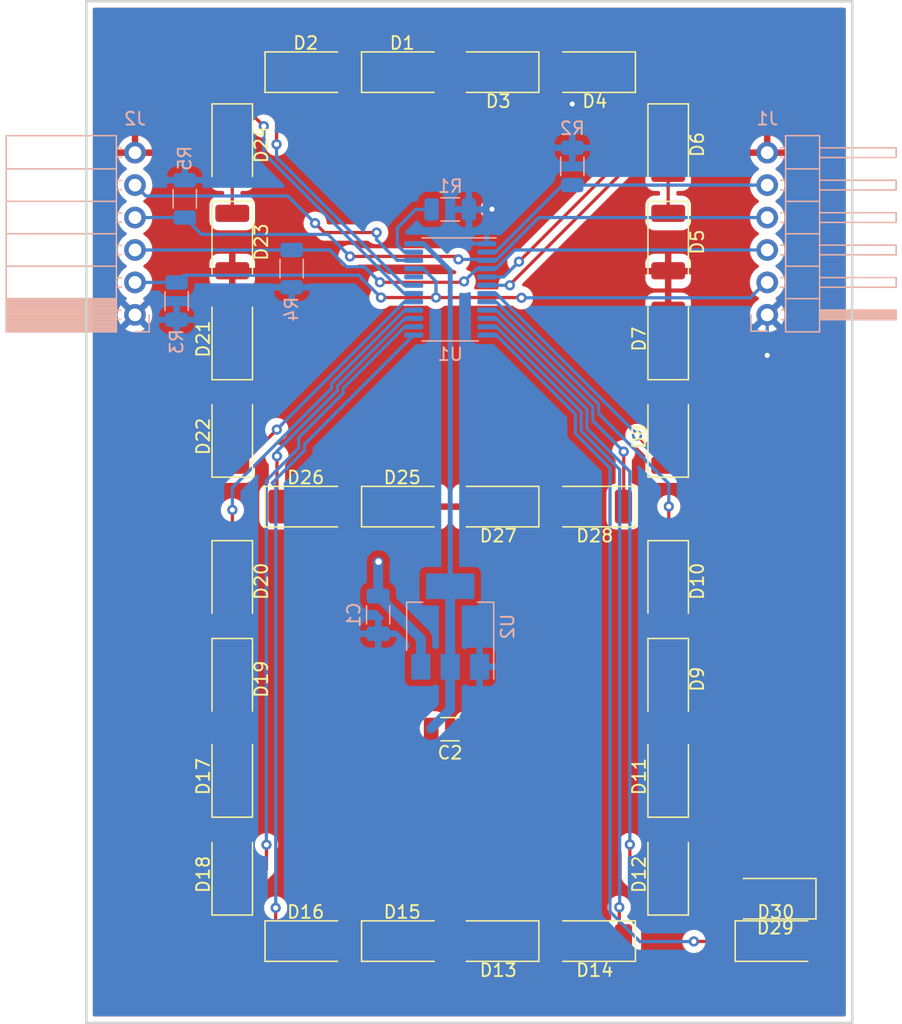
<source format=kicad_pcb>
(kicad_pcb (version 20211014) (generator pcbnew)
  (layers (0 "F.Cu" signal) (31 "B.Cu" signal) (34 "B.Paste" user) (35 "F.Paste" user) (36 "B.SilkS" user "B.Silkscreen") (37 "F.SilkS" user "F.Silkscreen") (38 "B.Mask" user) (39 "F.Mask" user) (44 "Edge.Cuts" user))
  (net 0 "")
  (net 1 "GND")
  (net 2 "VCC")
  (net 3 "+3V3")
  (net 4 "Net-(D1-Pad1)")
  (net 5 "OUT00")
  (net 6 "Net-(D3-Pad1)")
  (net 7 "OUT01")
  (net 8 "Net-(D5-Pad1)")
  (net 9 "OUT02")
  (net 10 "Net-(D7-Pad1)")
  (net 11 "OUT03")
  (net 12 "Net-(D10-Pad2)")
  (net 13 "OUT04")
  (net 14 "Net-(D11-Pad1)")
  (net 15 "OUT05")
  (net 16 "Net-(D13-Pad1)")
  (net 17 "OUT06")
  (net 18 "Net-(D15-Pad1)")
  (net 19 "OUT07")
  (net 20 "Net-(D17-Pad1)")
  (net 21 "OUT08")
  (net 22 "Net-(D19-Pad1)")
  (net 23 "OUT09")
  (net 24 "Net-(D21-Pad1)")
  (net 25 "OUT10")
  (net 26 "Net-(D23-Pad1)")
  (net 27 "OUT11")
  (net 28 "Net-(D25-Pad1)")
  (net 29 "OUT12")
  (net 30 "Net-(D27-Pad1)")
  (net 31 "OUT13")
  (net 32 "SDI")
  (net 33 "CLK")
  (net 34 "LATCH")
  (net 35 "!OE")
  (net 36 "SDO")
  (net 37 "Net-(R1-Pad2)")
  (net 38 "Net-(D29-Pad1)")
  (net 39 "OUT14")
  (footprint "LED_SMD:LED_2010_5025Metric" (layer "F.Cu") (at 120.48 91.76 90)
    (fp_text reference "D22" (at 0 -2.28 90) (layer "F.SilkS"))
    (fp_text value "LED")
    (pad "1" smd roundrect (at -2.25 0 90) (size 1.35 2.65) (layers "F.Cu" "F.Paste" "F.Mask") (roundrect_rratio 0.185185) (net 25 "OUT10"))
    (pad "2" smd roundrect (at 2.25 0 90) (size 1.35 2.65) (layers "F.Cu" "F.Paste" "F.Mask") (roundrect_rratio 0.185185) (net 24 "Net-(D21-Pad1)"))
  )
  (footprint "LED_SMD:LED_2010_5025Metric" (layer "F.Cu") (at 120.48 68.9 -90)
    (fp_text reference "D24" (at 0 -2.28 -90) (layer "F.SilkS"))
    (fp_text value "LED")
    (pad "1" smd roundrect (at -2.25 0 270) (size 1.35 2.65) (layers "F.Cu" "F.Paste" "F.Mask") (roundrect_rratio 0.185185) (net 27 "OUT11"))
    (pad "2" smd roundrect (at 2.25 0 270) (size 1.35 2.65) (layers "F.Cu" "F.Paste" "F.Mask") (roundrect_rratio 0.185185) (net 26 "Net-(D23-Pad1)"))
  )
  (footprint "LED_SMD:LED_2010_5025Metric" (layer "F.Cu") (at 120.48 76.533333 -90)
    (fp_text reference "D23" (at 0 -2.28 -90) (layer "F.SilkS"))
    (fp_text value "LED")
    (pad "1" smd roundrect (at -2.25 0 270) (size 1.35 2.65) (layers "F.Cu" "F.Paste" "F.Mask") (roundrect_rratio 0.185185) (net 26 "Net-(D23-Pad1)"))
    (pad "2" smd roundrect (at 2.25 0 270) (size 1.35 2.65) (layers "F.Cu" "F.Paste" "F.Mask") (roundrect_rratio 0.185185) (net 2 "VCC"))
  )
  (footprint "LED_SMD:LED_2010_5025Metric" (layer "F.Cu") (at 120.48 84.126666 90)
    (fp_text reference "D21" (at 0 -2.28 90) (layer "F.SilkS"))
    (fp_text value "LED")
    (pad "1" smd roundrect (at -2.25 0 90) (size 1.35 2.65) (layers "F.Cu" "F.Paste" "F.Mask") (roundrect_rratio 0.185185) (net 24 "Net-(D21-Pad1)"))
    (pad "2" smd roundrect (at 2.25 0 90) (size 1.35 2.65) (layers "F.Cu" "F.Paste" "F.Mask") (roundrect_rratio 0.185185) (net 2 "VCC"))
  )
  (footprint "LED_SMD:LED_2010_5025Metric" (layer "F.Cu") (at 133.794 63.23)
    (fp_text reference "D1" (at 0 -2.28) (layer "F.SilkS"))
    (fp_text value "LED")
    (pad "1" smd roundrect (at -2.25 0) (size 1.35 2.65) (layers "F.Cu" "F.Paste" "F.Mask") (roundrect_rratio 0.185185) (net 4 "Net-(D1-Pad1)"))
    (pad "2" smd roundrect (at 2.25 0) (size 1.35 2.65) (layers "F.Cu" "F.Paste" "F.Mask") (roundrect_rratio 0.185185) (net 2 "VCC"))
  )
  (footprint "LED_SMD:LED_2010_5025Metric" (layer "F.Cu") (at 126.232 63.23)
    (fp_text reference "D2" (at 0 -2.28) (layer "F.SilkS"))
    (fp_text value "LED")
    (pad "1" smd roundrect (at -2.25 0) (size 1.35 2.65) (layers "F.Cu" "F.Paste" "F.Mask") (roundrect_rratio 0.185185) (net 5 "OUT00"))
    (pad "2" smd roundrect (at 2.25 0) (size 1.35 2.65) (layers "F.Cu" "F.Paste" "F.Mask") (roundrect_rratio 0.185185) (net 4 "Net-(D1-Pad1)"))
  )
  (footprint "LED_SMD:LED_2010_5025Metric" (layer "F.Cu") (at 141.316 63.23 180)
    (fp_text reference "D3" (at 0 -2.28 180) (layer "F.SilkS"))
    (fp_text value "LED")
    (pad "1" smd roundrect (at -2.25 0 180) (size 1.35 2.65) (layers "F.Cu" "F.Paste" "F.Mask") (roundrect_rratio 0.185185) (net 6 "Net-(D3-Pad1)"))
    (pad "2" smd roundrect (at 2.25 0 180) (size 1.35 2.65) (layers "F.Cu" "F.Paste" "F.Mask") (roundrect_rratio 0.185185) (net 2 "VCC"))
  )
  (footprint "LED_SMD:LED_2010_5025Metric" (layer "F.Cu") (at 148.878 63.23 180)
    (fp_text reference "D4" (at 0 -2.28 180) (layer "F.SilkS"))
    (fp_text value "LED")
    (pad "1" smd roundrect (at -2.25 0 180) (size 1.35 2.65) (layers "F.Cu" "F.Paste" "F.Mask") (roundrect_rratio 0.185185) (net 7 "OUT01"))
    (pad "2" smd roundrect (at 2.25 0 180) (size 1.35 2.65) (layers "F.Cu" "F.Paste" "F.Mask") (roundrect_rratio 0.185185) (net 6 "Net-(D3-Pad1)"))
  )
  (footprint "LED_SMD:LED_2010_5025Metric" (layer "F.Cu") (at 154.63 76.533333 -90)
    (fp_text reference "D5" (at 0 -2.28 -90) (layer "F.SilkS"))
    (fp_text value "LED")
    (pad "1" smd roundrect (at -2.25 0 270) (size 1.35 2.65) (layers "F.Cu" "F.Paste" "F.Mask") (roundrect_rratio 0.185185) (net 8 "Net-(D5-Pad1)"))
    (pad "2" smd roundrect (at 2.25 0 270) (size 1.35 2.65) (layers "F.Cu" "F.Paste" "F.Mask") (roundrect_rratio 0.185185) (net 2 "VCC"))
  )
  (footprint "LED_SMD:LED_2010_5025Metric" (layer "F.Cu") (at 154.63 68.9 -90)
    (fp_text reference "D6" (at 0 -2.28 -90) (layer "F.SilkS"))
    (fp_text value "LED")
    (pad "1" smd roundrect (at -2.25 0 270) (size 1.35 2.65) (layers "F.Cu" "F.Paste" "F.Mask") (roundrect_rratio 0.185185) (net 9 "OUT02"))
    (pad "2" smd roundrect (at 2.25 0 270) (size 1.35 2.65) (layers "F.Cu" "F.Paste" "F.Mask") (roundrect_rratio 0.185185) (net 8 "Net-(D5-Pad1)"))
  )
  (footprint "LED_SMD:LED_2010_5025Metric" (layer "F.Cu") (at 154.63 84.126666 90)
    (fp_text reference "D7" (at 0 -2.28 90) (layer "F.SilkS"))
    (fp_text value "LED")
    (pad "1" smd roundrect (at -2.25 0 90) (size 1.35 2.65) (layers "F.Cu" "F.Paste" "F.Mask") (roundrect_rratio 0.185185) (net 10 "Net-(D7-Pad1)"))
    (pad "2" smd roundrect (at 2.25 0 90) (size 1.35 2.65) (layers "F.Cu" "F.Paste" "F.Mask") (roundrect_rratio 0.185185) (net 2 "VCC"))
  )
  (footprint "LED_SMD:LED_2010_5025Metric" (layer "F.Cu") (at 154.63 91.76 90)
    (fp_text reference "D8" (at 0 -2.28 90) (layer "F.SilkS"))
    (fp_text value "LED")
    (pad "1" smd roundrect (at -2.25 0 90) (size 1.35 2.65) (layers "F.Cu" "F.Paste" "F.Mask") (roundrect_rratio 0.185185) (net 11 "OUT03"))
    (pad "2" smd roundrect (at 2.25 0 90) (size 1.35 2.65) (layers "F.Cu" "F.Paste" "F.Mask") (roundrect_rratio 0.185185) (net 10 "Net-(D7-Pad1)"))
  )
  (footprint "LED_SMD:LED_2010_5025Metric" (layer "F.Cu") (at 154.63 110.763333 -90)
    (fp_text reference "D9" (at 0 -2.28 -90) (layer "F.SilkS"))
    (fp_text value "LED")
    (pad "1" smd roundrect (at -2.25 0 270) (size 1.35 2.65) (layers "F.Cu" "F.Paste" "F.Mask") (roundrect_rratio 0.185185) (net 12 "Net-(D10-Pad2)"))
    (pad "2" smd roundrect (at 2.25 0 270) (size 1.35 2.65) (layers "F.Cu" "F.Paste" "F.Mask") (roundrect_rratio 0.185185) (net 2 "VCC"))
  )
  (footprint "LED_SMD:LED_2010_5025Metric" (layer "F.Cu") (at 154.63 103.1 -90)
    (fp_text reference "D10" (at 0 -2.28 -90) (layer "F.SilkS"))
    (fp_text value "LED")
    (pad "1" smd roundrect (at -2.25 0 270) (size 1.35 2.65) (layers "F.Cu" "F.Paste" "F.Mask") (roundrect_rratio 0.185185) (net 13 "OUT04"))
    (pad "2" smd roundrect (at 2.25 0 270) (size 1.35 2.65) (layers "F.Cu" "F.Paste" "F.Mask") (roundrect_rratio 0.185185) (net 12 "Net-(D10-Pad2)"))
  )
  (footprint "LED_SMD:LED_2010_5025Metric" (layer "F.Cu") (at 154.63 118.386666 90)
    (fp_text reference "D11" (at 0 -2.28 90) (layer "F.SilkS"))
    (fp_text value "LED")
    (pad "1" smd roundrect (at -2.25 0 90) (size 1.35 2.65) (layers "F.Cu" "F.Paste" "F.Mask") (roundrect_rratio 0.185185) (net 14 "Net-(D11-Pad1)"))
    (pad "2" smd roundrect (at 2.25 0 90) (size 1.35 2.65) (layers "F.Cu" "F.Paste" "F.Mask") (roundrect_rratio 0.185185) (net 2 "VCC"))
  )
  (footprint "LED_SMD:LED_2010_5025Metric" (layer "F.Cu") (at 154.63 126.05 90)
    (fp_text reference "D12" (at 0 -2.28 90) (layer "F.SilkS"))
    (fp_text value "LED")
    (pad "1" smd roundrect (at -2.25 0 90) (size 1.35 2.65) (layers "F.Cu" "F.Paste" "F.Mask") (roundrect_rratio 0.185185) (net 15 "OUT05"))
    (pad "2" smd roundrect (at 2.25 0 90) (size 1.35 2.65) (layers "F.Cu" "F.Paste" "F.Mask") (roundrect_rratio 0.185185) (net 14 "Net-(D11-Pad1)"))
  )
  (footprint "LED_SMD:LED_2010_5025Metric" (layer "F.Cu") (at 141.316 131.275 180)
    (fp_text reference "D13" (at 0 -2.28 180) (layer "F.SilkS"))
    (fp_text value "LED")
    (pad "1" smd roundrect (at -2.25 0 180) (size 1.35 2.65) (layers "F.Cu" "F.Paste" "F.Mask") (roundrect_rratio 0.185185) (net 16 "Net-(D13-Pad1)"))
    (pad "2" smd roundrect (at 2.25 0 180) (size 1.35 2.65) (layers "F.Cu" "F.Paste" "F.Mask") (roundrect_rratio 0.185185) (net 2 "VCC"))
  )
  (footprint "LED_SMD:LED_2010_5025Metric" (layer "F.Cu") (at 148.878 131.275 180)
    (fp_text reference "D14" (at 0 -2.28 180) (layer "F.SilkS"))
    (fp_text value "LED")
    (pad "1" smd roundrect (at -2.25 0 180) (size 1.35 2.65) (layers "F.Cu" "F.Paste" "F.Mask") (roundrect_rratio 0.185185) (net 17 "OUT06"))
    (pad "2" smd roundrect (at 2.25 0 180) (size 1.35 2.65) (layers "F.Cu" "F.Paste" "F.Mask") (roundrect_rratio 0.185185) (net 16 "Net-(D13-Pad1)"))
  )
  (footprint "LED_SMD:LED_2010_5025Metric" (layer "F.Cu") (at 133.794 131.275)
    (fp_text reference "D15" (at 0 -2.28) (layer "F.SilkS"))
    (fp_text value "LED")
    (pad "1" smd roundrect (at -2.25 0) (size 1.35 2.65) (layers "F.Cu" "F.Paste" "F.Mask") (roundrect_rratio 0.185185) (net 18 "Net-(D15-Pad1)"))
    (pad "2" smd roundrect (at 2.25 0) (size 1.35 2.65) (layers "F.Cu" "F.Paste" "F.Mask") (roundrect_rratio 0.185185) (net 2 "VCC"))
  )
  (footprint "LED_SMD:LED_2010_5025Metric" (layer "F.Cu") (at 126.232 131.275)
    (fp_text reference "D16" (at 0 -2.28) (layer "F.SilkS"))
    (fp_text value "LED")
    (pad "1" smd roundrect (at -2.25 0) (size 1.35 2.65) (layers "F.Cu" "F.Paste" "F.Mask") (roundrect_rratio 0.185185) (net 19 "OUT07"))
    (pad "2" smd roundrect (at 2.25 0) (size 1.35 2.65) (layers "F.Cu" "F.Paste" "F.Mask") (roundrect_rratio 0.185185) (net 18 "Net-(D15-Pad1)"))
  )
  (footprint "LED_SMD:LED_2010_5025Metric" (layer "F.Cu") (at 120.48 118.386666 90)
    (fp_text reference "D17" (at 0 -2.28 90) (layer "F.SilkS"))
    (fp_text value "LED")
    (pad "1" smd roundrect (at -2.25 0 90) (size 1.35 2.65) (layers "F.Cu" "F.Paste" "F.Mask") (roundrect_rratio 0.185185) (net 20 "Net-(D17-Pad1)"))
    (pad "2" smd roundrect (at 2.25 0 90) (size 1.35 2.65) (layers "F.Cu" "F.Paste" "F.Mask") (roundrect_rratio 0.185185) (net 2 "VCC"))
  )
  (footprint "LED_SMD:LED_2010_5025Metric" (layer "F.Cu") (at 120.48 126.05 90)
    (fp_text reference "D18" (at 0 -2.28 90) (layer "F.SilkS"))
    (fp_text value "LED")
    (pad "1" smd roundrect (at -2.25 0 90) (size 1.35 2.65) (layers "F.Cu" "F.Paste" "F.Mask") (roundrect_rratio 0.185185) (net 21 "OUT08"))
    (pad "2" smd roundrect (at 2.25 0 90) (size 1.35 2.65) (layers "F.Cu" "F.Paste" "F.Mask") (roundrect_rratio 0.185185) (net 20 "Net-(D17-Pad1)"))
  )
  (footprint "LED_SMD:LED_2010_5025Metric" (layer "F.Cu") (at 120.48 110.763333 -90)
    (fp_text reference "D19" (at 0 -2.28 -90) (layer "F.SilkS"))
    (fp_text value "LED")
    (pad "1" smd roundrect (at -2.25 0 270) (size 1.35 2.65) (layers "F.Cu" "F.Paste" "F.Mask") (roundrect_rratio 0.185185) (net 22 "Net-(D19-Pad1)"))
    (pad "2" smd roundrect (at 2.25 0 270) (size 1.35 2.65) (layers "F.Cu" "F.Paste" "F.Mask") (roundrect_rratio 0.185185) (net 2 "VCC"))
  )
  (footprint "LED_SMD:LED_2010_5025Metric" (layer "F.Cu") (at 120.48 103.1 -90)
    (fp_text reference "D20" (at 0 -2.28 -90) (layer "F.SilkS"))
    (fp_text value "LED")
    (pad "1" smd roundrect (at -2.25 0 270) (size 1.35 2.65) (layers "F.Cu" "F.Paste" "F.Mask") (roundrect_rratio 0.185185) (net 23 "OUT09"))
    (pad "2" smd roundrect (at 2.25 0 270) (size 1.35 2.65) (layers "F.Cu" "F.Paste" "F.Mask") (roundrect_rratio 0.185185) (net 22 "Net-(D19-Pad1)"))
  )
  (footprint "LED_SMD:LED_2010_5025Metric" (layer "F.Cu") (at 133.794 97.2525)
    (fp_text reference "D25" (at 0 -2.28) (layer "F.SilkS"))
    (fp_text value "LED")
    (pad "1" smd roundrect (at -2.25 0) (size 1.35 2.65) (layers "F.Cu" "F.Paste" "F.Mask") (roundrect_rratio 0.185185) (net 28 "Net-(D25-Pad1)"))
    (pad "2" smd roundrect (at 2.25 0) (size 1.35 2.65) (layers "F.Cu" "F.Paste" "F.Mask") (roundrect_rratio 0.185185) (net 2 "VCC"))
  )
  (footprint "LED_SMD:LED_2010_5025Metric" (layer "F.Cu") (at 126.232 97.2525)
    (fp_text reference "D26" (at 0 -2.28) (layer "F.SilkS"))
    (fp_text value "LED")
    (pad "1" smd roundrect (at -2.25 0) (size 1.35 2.65) (layers "F.Cu" "F.Paste" "F.Mask") (roundrect_rratio 0.185185) (net 29 "OUT12"))
    (pad "2" smd roundrect (at 2.25 0) (size 1.35 2.65) (layers "F.Cu" "F.Paste" "F.Mask") (roundrect_rratio 0.185185) (net 28 "Net-(D25-Pad1)"))
  )
  (footprint "LED_SMD:LED_2010_5025Metric" (layer "F.Cu") (at 141.316 97.2525 180)
    (fp_text reference "D27" (at 0 -2.28 180) (layer "F.SilkS"))
    (fp_text value "LED")
    (pad "1" smd roundrect (at -2.25 0 180) (size 1.35 2.65) (layers "F.Cu" "F.Paste" "F.Mask") (roundrect_rratio 0.185185) (net 30 "Net-(D27-Pad1)"))
    (pad "2" smd roundrect (at 2.25 0 180) (size 1.35 2.65) (layers "F.Cu" "F.Paste" "F.Mask") (roundrect_rratio 0.185185) (net 2 "VCC"))
  )
  (footprint "LED_SMD:LED_2010_5025Metric" (layer "F.Cu") (at 148.878 97.2525 180)
    (fp_text reference "D28" (at 0 -2.28 180) (layer "F.SilkS"))
    (fp_text value "LED")
    (pad "1" smd roundrect (at -2.25 0 180) (size 1.35 2.65) (layers "F.Cu" "F.Paste" "F.Mask") (roundrect_rratio 0.185185) (net 31 "OUT13"))
    (pad "2" smd roundrect (at 2.25 0 180) (size 1.35 2.65) (layers "F.Cu" "F.Paste" "F.Mask") (roundrect_rratio 0.185185) (net 30 "Net-(D27-Pad1)"))
  )
  (footprint "LED_SMD:LED_2010_5025Metric" (layer "F.Cu") (at 163.025 127.955 180)
    (fp_text reference "D29" (at 0 -2.28 180) (layer "F.SilkS"))
    (fp_text value "LED")
    (pad "1" smd roundrect (at -2.25 0 180) (size 1.35 2.65) (layers "F.Cu" "F.Paste" "F.Mask") (roundrect_rratio 0.185185) (net 38 "Net-(D29-Pad1)"))
    (pad "2" smd roundrect (at 2.25 0 180) (size 1.35 2.65) (layers "F.Cu" "F.Paste" "F.Mask") (roundrect_rratio 0.185185) (net 2 "VCC"))
  )
  (footprint "LED_SMD:LED_2010_5025Metric" (layer "F.Cu") (at 163.065 131.275)
    (fp_text reference "D30" (at 0 -2.28) (layer "F.SilkS"))
    (fp_text value "LED")
    (pad "1" smd roundrect (at -2.25 0) (size 1.35 2.65) (layers "F.Cu" "F.Paste" "F.Mask") (roundrect_rratio 0.185185) (net 39 "OUT14"))
    (pad "2" smd roundrect (at 2.25 0) (size 1.35 2.65) (layers "F.Cu" "F.Paste" "F.Mask") (roundrect_rratio 0.185185) (net 38 "Net-(D29-Pad1)"))
  )
  (footprint "Capacitor_SMD:C_1206_3216Metric" (layer "F.Cu") (at 137.541 114.681 180)
    (fp_text reference "C2" (at 0 -1.85) (layer "F.SilkS"))
    (fp_text value "0.1u")
    (pad "1" smd roundrect (at -1.475 0 180) (size 1.15 1.8) (layers "F.Cu" "F.Paste" "F.Mask") (roundrect_rratio 0.217391) (net 1 "GND"))
    (pad "2" smd roundrect (at 1.475 0 180) (size 1.15 1.8) (layers "F.Cu" "F.Paste" "F.Mask") (roundrect_rratio 0.217391) (net 3 "+3V3"))
  )
  (footprint "Connector_PinSocket_2.54mm:PinSocket_1x06_P2.54mm_Horizontal" (layer "B.Cu") (at 112.86 82.235)
    (fp_text reference "J2" (at 0 -15.355) (layer "B.SilkS") (effects (justify mirror)))
    (fp_text value "SALIDA")
    (pad "1" thru_hole circle locked (at 0 0) (size 1.7 1.7) (drill 1) (layers *.Cu *.Mask) (net 1 "GND"))
    (pad "2" thru_hole oval locked (at 0 -2.54) (size 1.7 1.7) (drill 1) (layers *.Cu *.Mask) (net 35 "!OE"))
    (pad "3" thru_hole oval locked (at 0 -5.08) (size 1.7 1.7) (drill 1) (layers *.Cu *.Mask) (net 34 "LATCH"))
    (pad "4" thru_hole oval locked (at 0 -7.62) (size 1.7 1.7) (drill 1) (layers *.Cu *.Mask) (net 33 "CLK"))
    (pad "5" thru_hole oval locked (at 0 -10.16) (size 1.7 1.7) (drill 1) (layers *.Cu *.Mask) (net 36 "SDO"))
    (pad "6" thru_hole oval locked (at 0 -12.7) (size 1.7 1.7) (drill 1) (layers *.Cu *.Mask) (net 2 "VCC"))
  )
  (footprint "Resistor_SMD:R_1206_3216Metric" (layer "B.Cu") (at 116.76 73.1525 -90)
    (fp_text reference "R5" (at -3.175 0 90) (layer "B.SilkS") (effects (justify mirror)))
    (fp_text value "100k")
    (pad "1" smd roundrect locked (at -1.4625 0 270) (size 1.125 1.75) (layers "B.Cu" "B.Paste" "B.Mask") (roundrect_rratio 0.222222) (net 1 "GND"))
    (pad "2" smd roundrect locked (at 1.4625 0 270) (size 1.125 1.75) (layers "B.Cu" "B.Paste" "B.Mask") (roundrect_rratio 0.222222) (net 33 "CLK"))
  )
  (footprint "Resistor_SMD:R_1206_3216Metric" (layer "B.Cu") (at 116.12 81.1575 90)
    (fp_text reference "R3" (at -3.175 0 270) (layer "B.SilkS") (effects (justify mirror)))
    (fp_text value "100k")
    (pad "1" smd roundrect locked (at -1.4625 0 90) (size 1.125 1.75) (layers "B.Cu" "B.Paste" "B.Mask") (roundrect_rratio 0.222222) (net 1 "GND"))
    (pad "2" smd roundrect locked (at 1.4625 0 90) (size 1.125 1.75) (layers "B.Cu" "B.Paste" "B.Mask") (roundrect_rratio 0.222222) (net 35 "!OE"))
  )
  (footprint "Resistor_SMD:R_1206_3216Metric" (layer "B.Cu") (at 125.13 78.6175 90)
    (fp_text reference "R4" (at -3.175 0 90) (layer "B.SilkS") (effects (justify mirror)))
    (fp_text value "100k")
    (pad "1" smd roundrect locked (at -1.4625 0 90) (size 1.125 1.75) (layers "B.Cu" "B.Paste" "B.Mask") (roundrect_rratio 0.222222) (net 1 "GND"))
    (pad "2" smd roundrect locked (at 1.4625 0 90) (size 1.125 1.75) (layers "B.Cu" "B.Paste" "B.Mask") (roundrect_rratio 0.222222) (net 34 "LATCH"))
  )
  (footprint "Capacitor_SMD:C_1206_3216Metric" (layer "B.Cu") (at 131.91 105.73 90)
    (fp_text reference "C1" (at 0 -1.905 90) (layer "B.SilkS") (effects (justify mirror)))
    (fp_text value "0.1u")
    (pad "1" smd roundrect locked (at -1.475 0 90) (size 1.15 1.8) (layers "B.Cu" "B.Paste" "B.Mask") (roundrect_rratio 0.217391) (net 1 "GND"))
    (pad "2" smd roundrect locked (at 1.475 0 90) (size 1.15 1.8) (layers "B.Cu" "B.Paste" "B.Mask") (roundrect_rratio 0.217391) (net 2 "VCC"))
  )
  (footprint "Resistor_SMD:R_1206_3216Metric" (layer "B.Cu") (at 137.555 73.98 180)
    (fp_text reference "R1" (at 0 1.82) (layer "B.SilkS") (effects (justify mirror)))
    (fp_text value "1k")
    (pad "1" smd roundrect locked (at -1.4625 0 180) (size 1.125 1.75) (layers "B.Cu" "B.Paste" "B.Mask") (roundrect_rratio 0.222222) (net 1 "GND"))
    (pad "2" smd roundrect locked (at 1.4625 0 180) (size 1.125 1.75) (layers "B.Cu" "B.Paste" "B.Mask") (roundrect_rratio 0.222222) (net 37 "Net-(R1-Pad2)"))
  )
  (footprint "Package_TO_SOT_SMD:SOT-223-3_TabPin2" (layer "B.Cu") (at 137.555 106.64375 90)
    (fp_text reference "U2" (at 0 4.5 270) (layer "B.SilkS") (effects (justify mirror)))
    (fp_text value "AMS1117-3.3")
    (pad "1" smd rect locked (at -3.15 2.3 90) (size 2 1.5) (layers "B.Cu" "B.Paste" "B.Mask") (net 1 "GND"))
    (pad "2" smd rect locked (at 3.15 0 90) (size 2 3.8) (layers "B.Cu" "B.Paste" "B.Mask") (net 3 "+3V3"))
    (pad "2" smd rect locked (at -3.15 0 90) (size 2 1.5) (layers "B.Cu" "B.Paste" "B.Mask") (net 3 "+3V3"))
    (pad "3" smd rect locked (at -3.15 -2.3 90) (size 2 1.5) (layers "B.Cu" "B.Paste" "B.Mask") (net 2 "VCC"))
  )
  (footprint "Resistor_SMD:R_1206_3216Metric" (layer "B.Cu") (at 147.12 70.6125 -90)
    (fp_text reference "R2" (at -2.9825 0 180) (layer "B.SilkS") (effects (justify mirror)))
    (fp_text value "100k")
    (pad "1" smd roundrect locked (at -1.4625 0 270) (size 1.125 1.75) (layers "B.Cu" "B.Paste" "B.Mask") (roundrect_rratio 0.222222) (net 1 "GND"))
    (pad "2" smd roundrect locked (at 1.4625 0 270) (size 1.125 1.75) (layers "B.Cu" "B.Paste" "B.Mask") (roundrect_rratio 0.222222) (net 32 "SDI"))
  )
  (footprint "Connector_PinHeader_2.54mm:PinHeader_1x06_P2.54mm_Horizontal" (layer "B.Cu") (at 162.39 82.235)
    (fp_text reference "J1" (at 0 -15.355) (layer "B.SilkS") (effects (justify mirror)))
    (fp_text value "ENTRADA")
    (pad "1" thru_hole circle locked (at 0 0) (size 1.7 1.7) (drill 1) (layers *.Cu *.Mask) (net 1 "GND"))
    (pad "2" thru_hole oval locked (at 0 -2.54) (size 1.7 1.7) (drill 1) (layers *.Cu *.Mask) (net 35 "!OE"))
    (pad "3" thru_hole oval locked (at 0 -5.08) (size 1.7 1.7) (drill 1) (layers *.Cu *.Mask) (net 34 "LATCH"))
    (pad "4" thru_hole oval locked (at 0 -7.62) (size 1.7 1.7) (drill 1) (layers *.Cu *.Mask) (net 33 "CLK"))
    (pad "5" thru_hole oval locked (at 0 -10.16) (size 1.7 1.7) (drill 1) (layers *.Cu *.Mask) (net 32 "SDI"))
    (pad "6" thru_hole oval locked (at 0 -12.7) (size 1.7 1.7) (drill 1) (layers *.Cu *.Mask) (net 2 "VCC"))
  )
  (footprint "Package_SO:TSSOP-24_4.4x7.8mm_P0.65mm" (layer "B.Cu") (at 137.555 80.24125 180)
    (fp_text reference "U1" (at 0 -5.08) (layer "B.SilkS") (effects (justify mirror)))
    (fp_text value "STP16CP05")
    (pad "1" smd roundrect locked (at -2.8625 3.575 180) (size 1.475 0.4) (layers "B.Cu" "B.Paste" "B.Mask") (net 1 "GND"))
    (pad "2" smd roundrect locked (at -2.8625 2.925 180) (size 1.475 0.4) (layers "B.Cu" "B.Paste" "B.Mask") (net 32 "SDI"))
    (pad "3" smd roundrect locked (at -2.8625 2.275 180) (size 1.475 0.4) (layers "B.Cu" "B.Paste" "B.Mask") (net 33 "CLK"))
    (pad "4" smd roundrect locked (at -2.8625 1.625 180) (size 1.475 0.4) (layers "B.Cu" "B.Paste" "B.Mask") (net 34 "LATCH"))
    (pad "5" smd roundrect locked (at -2.8625 0.975 180) (size 1.475 0.4) (layers "B.Cu" "B.Paste" "B.Mask") (net 7 "OUT01"))
    (pad "6" smd roundrect locked (at -2.8625 0.325 180) (size 1.475 0.4) (layers "B.Cu" "B.Paste" "B.Mask") (net 9 "OUT02"))
    (pad "7" smd roundrect locked (at -2.8625 -0.325 180) (size 1.475 0.4) (layers "B.Cu" "B.Paste" "B.Mask") (net 11 "OUT03"))
    (pad "8" smd roundrect locked (at -2.8625 -0.975 180) (size 1.475 0.4) (layers "B.Cu" "B.Paste" "B.Mask") (net 13 "OUT04"))
    (pad "9" smd roundrect locked (at -2.8625 -1.625 180) (size 1.475 0.4) (layers "B.Cu" "B.Paste" "B.Mask") (net 31 "OUT13"))
    (pad "10" smd roundrect locked (at -2.8625 -2.275 180) (size 1.475 0.4) (layers "B.Cu" "B.Paste" "B.Mask") (net 15 "OUT05"))
    (pad "11" smd roundrect locked (at -2.8625 -2.925 180) (size 1.475 0.4) (layers "B.Cu" "B.Paste" "B.Mask") (net 17 "OUT06"))
    (pad "12" smd roundrect locked (at -2.8625 -3.575 180) (size 1.475 0.4) (layers "B.Cu" "B.Paste" "B.Mask") (net 39 "OUT14"))
    (pad "13" smd roundrect locked (at 2.8625 -3.575 180) (size 1.475 0.4) (layers "B.Cu" "B.Paste" "B.Mask") (net 19 "OUT07"))
    (pad "14" smd roundrect locked (at 2.8625 -2.925 180) (size 1.475 0.4) (layers "B.Cu" "B.Paste" "B.Mask") (net 21 "OUT08"))
    (pad "15" smd roundrect locked (at 2.8625 -2.275 180) (size 1.475 0.4) (layers "B.Cu" "B.Paste" "B.Mask") (net 29 "OUT12"))
    (pad "16" smd roundrect locked (at 2.8625 -1.625 180) (size 1.475 0.4) (layers "B.Cu" "B.Paste" "B.Mask") (net 23 "OUT09"))
    (pad "17" smd roundrect locked (at 2.8625 -0.975 180) (size 1.475 0.4) (layers "B.Cu" "B.Paste" "B.Mask") (net 25 "OUT10"))
    (pad "18" smd roundrect locked (at 2.8625 -0.325 180) (size 1.475 0.4) (layers "B.Cu" "B.Paste" "B.Mask") (net 27 "OUT11"))
    (pad "19" smd roundrect locked (at 2.8625 0.325 180) (size 1.475 0.4) (layers "B.Cu" "B.Paste" "B.Mask") (net 5 "OUT00"))
    (pad "20" smd roundrect locked (at 2.8625 0.975 180) (size 1.475 0.4) (layers "B.Cu" "B.Paste" "B.Mask"))
    (pad "21" smd roundrect locked (at 2.8625 1.625 180) (size 1.475 0.4) (layers "B.Cu" "B.Paste" "B.Mask") (net 35 "!OE"))
    (pad "22" smd roundrect locked (at 2.8625 2.275 180) (size 1.475 0.4) (layers "B.Cu" "B.Paste" "B.Mask") (net 36 "SDO"))
    (pad "23" smd roundrect locked (at 2.8625 2.925 180) (size 1.475 0.4) (layers "B.Cu" "B.Paste" "B.Mask") (net 37 "Net-(R1-Pad2)"))
    (pad "24" smd roundrect locked (at 2.8625 3.575 180) (size 1.475 0.4) (layers "B.Cu" "B.Paste" "B.Mask") (net 3 "+3V3"))
  )
  (gr_line (start 109.05 137.68) (end 169.05 137.68) (layer "Edge.Cuts") (width 0.2))
  (gr_line (start 169.05 57.68) (end 109.05 57.68) (layer "Edge.Cuts") (width 0.2))
  (gr_line (start 169.05 137.68) (end 169.05 57.68) (layer "Edge.Cuts") (width 0.2))
  (gr_line (start 109.05 57.68) (end 109.05 137.68) (layer "Edge.Cuts") (width 0.2))
  (via (at 162.39 85.41) (size 0.8) (drill 0.4) (layers "F.Cu" "B.Cu") (net 1))
  (via (at 140.83 73.96) (size 0.8) (drill 0.4) (layers "F.Cu" "B.Cu") (net 1))
  (via (at 147.12 65.725) (size 0.8) (drill 0.4) (layers "F.Cu" "B.Cu") (net 1))
  (segment (start 147.12 69.15) (end 147.12 65.725) (width 0.254) (layer "B.Cu") (net 1))
  (segment (start 162.39 82.235) (end 162.39 85.41) (width 0.254) (layer "B.Cu") (net 1))
  (segment (start 140.81 73.98) (end 140.83 73.96) (width 0.254) (layer "B.Cu") (net 1))
  (segment (start 139.0175 73.98) (end 140.81 73.98) (width 0.254) (layer "B.Cu") (net 1))
  (segment (start 140.4175 76.66625) (end 139.34625 76.66625) (width 0.254) (layer "B.Cu") (net 1))
  (segment (start 139.0175 76.3375) (end 139.0175 73.98) (width 0.254) (layer "B.Cu") (net 1))
  (segment (start 139.34625 76.66625) (end 139.0175 76.3375) (width 0.254) (layer "B.Cu") (net 1))
  (via (at 131.94 101.56) (size 0.762) (drill 0.508) (layers "F.Cu" "B.Cu") (net 2))
  (segment (start 131.91 104.255) (end 131.91 101.59) (width 0.762) (layer "B.Cu") (net 2))
  (segment (start 131.91 104.255) (end 135.255 107.6) (width 0.762) (layer "B.Cu") (net 2))
  (segment (start 131.91 101.59) (end 131.94 101.56) (width 0.762) (layer "B.Cu") (net 2))
  (segment (start 135.255 107.6) (end 135.255 109.79375) (width 0.762) (layer "B.Cu") (net 2))
  (segment (start 136.06 114.62) (end 137.555 113.125) (width 0.762) (layer "B.Cu") (net 3))
  (segment (start 134.6925 76.66625) (end 135.473688 76.66625) (width 0.381) (layer "B.Cu") (net 3))
  (segment (start 135.473688 76.66625) (end 137.555 78.747562) (width 0.381) (layer "B.Cu") (net 3))
  (segment (start 137.555 78.747562) (end 137.555 103.49375) (width 0.381) (layer "B.Cu") (net 3))
  (segment (start 137.555 113.125) (end 137.555 109.79375) (width 0.762) (layer "B.Cu") (net 3))
  (segment (start 137.555 109.79375) (end 137.555 103.49375) (width 0.762) (layer "B.Cu") (net 3))
  (segment (start 128.507 63.23) (end 131.519 63.23) (width 0.254) (layer "F.Cu") (net 4))
  (segment (start 123.95 63.237) (end 123.957 63.23) (width 0.254) (layer "F.Cu") (net 5))
  (segment (start 123.95 68.88) (end 123.95 63.237) (width 0.254) (layer "F.Cu") (net 5))
  (via (at 123.95 68.88) (size 0.8) (drill 0.4) (layers "F.Cu" "B.Cu") (net 5))
  (segment (start 134.6925 79.91625) (end 133.955 79.91625) (width 0.254) (layer "B.Cu") (net 5))
  (segment (start 123.95 69.91125) (end 123.95 68.88) (width 0.254) (layer "B.Cu") (net 5))
  (segment (start 133.955 79.91625) (end 123.95 69.91125) (width 0.254) (layer "B.Cu") (net 5))
  (segment (start 143.591 63.23) (end 146.603 63.23) (width 0.254) (layer "F.Cu") (net 6))
  (segment (start 151.153 69.857) (end 142.94 78.07) (width 0.254) (layer "F.Cu") (net 7))
  (segment (start 151.153 63.23) (end 151.153 69.857) (width 0.254) (layer "F.Cu") (net 7))
  (via (at 142.94 78.07) (size 0.8) (drill 0.4) (layers "F.Cu" "B.Cu") (net 7))
  (segment (start 142.94 78.07) (end 141.74375 79.26625) (width 0.254) (layer "B.Cu") (net 7))
  (segment (start 141.74375 79.26625) (end 140.4175 79.26625) (width 0.254) (layer "B.Cu") (net 7))
  (segment (start 154.63 71.175) (end 154.63 74.258333) (width 0.254) (layer "F.Cu") (net 8))
  (segment (start 142.23 79.875) (end 142.23 79.92) (width 0.254) (layer "F.Cu") (net 9))
  (segment (start 154.63 66.625) (end 154.63 67.475) (width 0.254) (layer "F.Cu") (net 9))
  (segment (start 154.63 67.475) (end 142.23 79.875) (width 0.254) (layer "F.Cu") (net 9))
  (segment (start 154.605 66.65) (end 154.63 66.625) (width 0.254) (layer "F.Cu") (net 9))
  (via (at 142.23 79.92) (size 0.8) (drill 0.4) (layers "F.Cu" "B.Cu") (net 9))
  (segment (start 140.42125 79.92) (end 140.4175 79.91625) (width 0.254) (layer "B.Cu") (net 9))
  (segment (start 142.23 79.92) (end 140.42125 79.92) (width 0.254) (layer "B.Cu") (net 9))
  (segment (start 154.63 86.401666) (end 154.63 89.485) (width 0.254) (layer "F.Cu") (net 10))
  (segment (start 154.545 94.035) (end 154.63 94.035) (width 0.254) (layer "F.Cu") (net 11))
  (segment (start 152.19 91.68) (end 154.545 94.035) (width 0.254) (layer "F.Cu") (net 11))
  (via (at 152.19 91.68) (size 0.8) (drill 0.4) (layers "F.Cu" "B.Cu") (net 11))
  (segment (start 141.155 80.56625) (end 152.19 91.60125) (width 0.254) (layer "B.Cu") (net 11))
  (segment (start 152.19 91.60125) (end 152.19 91.68) (width 0.254) (layer "B.Cu") (net 11))
  (segment (start 140.4175 80.56625) (end 141.155 80.56625) (width 0.254) (layer "B.Cu") (net 11))
  (segment (start 154.63 105.375) (end 154.63 108.488333) (width 0.254) (layer "F.Cu") (net 12))
  (segment (start 154.68 100.775) (end 154.63 100.825) (width 0.254) (layer "F.Cu") (net 13))
  (segment (start 154.68 97.24) (end 154.68 100.775) (width 0.254) (layer "F.Cu") (net 13))
  (via (at 154.68 97.24) (size 0.8) (drill 0.4) (layers "F.Cu" "B.Cu") (net 13))
  (segment (start 140.4175 81.21625) (end 141.155 81.21625) (width 0.254) (layer "B.Cu") (net 13))
  (segment (start 149.17875 89.24) (end 149.17875 89.94875) (width 0.254) (layer "B.Cu") (net 13))
  (segment (start 154.68 95.45) (end 154.68 97.24) (width 0.254) (layer "B.Cu") (net 13))
  (segment (start 141.155 81.21625) (end 149.17875 89.24) (width 0.254) (layer "B.Cu") (net 13))
  (segment (start 149.17875 89.94875) (end 154.68 95.45) (width 0.254) (layer "B.Cu") (net 13))
  (segment (start 154.63 120.661666) (end 154.63 123.775) (width 0.254) (layer "F.Cu") (net 14))
  (segment (start 151.63 126.26) (end 153.695 128.325) (width 0.254) (layer "F.Cu") (net 15))
  (segment (start 151.63 123.71) (end 151.63 126.26) (width 0.254) (layer "F.Cu") (net 15))
  (segment (start 153.695 128.325) (end 154.63 128.325) (width 0.254) (layer "F.Cu") (net 15))
  (via (at 151.63 123.71) (size 0.8) (drill 0.4) (layers "F.Cu" "B.Cu") (net 15))
  (segment (start 140.4175 82.51625) (end 141.155 82.51625) (width 0.254) (layer "B.Cu") (net 15))
  (segment (start 141.155 82.51625) (end 148.27073 89.63198) (width 0.254) (layer "B.Cu") (net 15))
  (segment (start 151.625904 94.5) (end 151.625904 123.705904) (width 0.254) (layer "B.Cu") (net 15))
  (segment (start 151.625904 123.705904) (end 151.63 123.71) (width 0.254) (layer "B.Cu") (net 15))
  (segment (start 148.27073 89.63198) (end 148.27073 91.144826) (width 0.254) (layer "B.Cu") (net 15))
  (segment (start 148.27073 91.144826) (end 151.625904 94.5) (width 0.254) (layer "B.Cu") (net 15))
  (segment (start 143.591 131.275) (end 146.603 131.275) (width 0.254) (layer "F.Cu") (net 16))
  (segment (start 150.8 128.62) (end 150.8 130.922) (width 0.254) (layer "F.Cu") (net 17))
  (segment (start 150.8 130.922) (end 151.153 131.275) (width 0.254) (layer "F.Cu") (net 17))
  (via (at 150.8 128.62) (size 0.8) (drill 0.4) (layers "F.Cu" "B.Cu") (net 17))
  (segment (start 147.81672 89.82797) (end 147.81672 91.332883) (width 0.254) (layer "B.Cu") (net 17))
  (segment (start 147.81672 91.332883) (end 148.082674 91.598836) (width 0.254) (layer "B.Cu") (net 17))
  (segment (start 148.082674 91.598836) (end 150.83 94.346162) (width 0.254) (layer "B.Cu") (net 17))
  (segment (start 150.83 94.346162) (end 150.83 128.59) (width 0.254) (layer "B.Cu") (net 17))
  (segment (start 150.83 128.59) (end 150.8 128.62) (width 0.254) (layer "B.Cu") (net 17))
  (segment (start 141.155 83.16625) (end 147.81672 89.82797) (width 0.254) (layer "B.Cu") (net 17))
  (segment (start 140.4175 83.16625) (end 141.155 83.16625) (width 0.254) (layer "B.Cu") (net 17))
  (segment (start 128.507 131.275) (end 131.519 131.275) (width 0.254) (layer "F.Cu") (net 18))
  (segment (start 123.88 128.67) (end 123.88 131.198) (width 0.254) (layer "F.Cu") (net 19))
  (segment (start 123.88 131.198) (end 123.957 131.275) (width 0.254) (layer "F.Cu") (net 19))
  (via (at 123.88 128.67) (size 0.8) (drill 0.4) (layers "F.Cu" "B.Cu") (net 19))
  (segment (start 123.60401 95.398114) (end 123.887001 95.681105) (width 0.254) (layer "B.Cu") (net 19))
  (segment (start 125.878104 93.12402) (end 123.60401 95.398114) (width 0.254) (layer "B.Cu") (net 19))
  (segment (start 123.887001 128.662999) (end 123.88 128.67) (width 0.254) (layer "B.Cu") (net 19))
  (segment (start 126.144058 92.364692) (end 126.144058 92.858067) (width 0.254) (layer "B.Cu") (net 19))
  (segment (start 123.887001 95.681105) (end 123.887001 128.662999) (width 0.254) (layer "B.Cu") (net 19))
  (segment (start 134.6925 83.81625) (end 126.144058 92.364692) (width 0.254) (layer "B.Cu") (net 19))
  (segment (start 126.144058 92.858067) (end 125.878104 93.12402) (width 0.254) (layer "B.Cu") (net 19))
  (segment (start 120.48 120.661666) (end 120.48 123.775) (width 0.254) (layer "F.Cu") (net 20))
  (segment (start 123.16 125.645) (end 120.48 128.325) (width 0.254) (layer "F.Cu") (net 21))
  (segment (start 123.16 123.73) (end 123.16 125.645) (width 0.254) (layer "F.Cu") (net 21))
  (via (at 123.16 123.73) (size 0.8) (drill 0.4) (layers "F.Cu" "B.Cu") (net 21))
  (segment (start 123.15 95.210058) (end 123.15 123.72) (width 0.254) (layer "B.Cu") (net 21))
  (segment (start 129.165384 87.994616) (end 129.165384 88.374712) (width 0.254) (layer "B.Cu") (net 21))
  (segment (start 128.89943 88.640665) (end 125.690048 91.850047) (width 0.254) (layer "B.Cu") (net 21))
  (segment (start 134.6925 83.16625) (end 133.99375 83.16625) (width 0.254) (layer "B.Cu") (net 21))
  (segment (start 123.15 123.72) (end 123.16 123.73) (width 0.254) (layer "B.Cu") (net 21))
  (segment (start 129.165384 88.374712) (end 128.89943 88.640665) (width 0.254) (layer "B.Cu") (net 21))
  (segment (start 125.690048 92.67001) (end 123.15 95.210058) (width 0.254) (layer "B.Cu") (net 21))
  (segment (start 125.690048 91.850047) (end 125.690048 92.67001) (width 0.254) (layer "B.Cu") (net 21))
  (segment (start 133.99375 83.16625) (end 129.165384 87.994616) (width 0.254) (layer "B.Cu") (net 21))
  (segment (start 120.48 105.375) (end 120.48 108.488333) (width 0.254) (layer "F.Cu") (net 22))
  (segment (start 120.49 100.815) (end 120.48 100.825) (width 0.254) (layer "F.Cu") (net 23))
  (segment (start 120.49 97.51) (end 120.49 100.815) (width 0.254) (layer "F.Cu") (net 23))
  (via (at 120.49 97.51) (size 0.8) (drill 0.4) (layers "F.Cu" "B.Cu") (net 23))
  (segment (start 134.6925 81.86625) (end 134.001114 81.86625) (width 0.254) (layer "B.Cu") (net 23))
  (segment (start 134.001114 81.86625) (end 128.257364 87.61) (width 0.254) (layer "B.Cu") (net 23))
  (segment (start 128.257364 87.998598) (end 120.49 95.765962) (width 0.254) (layer "B.Cu") (net 23))
  (segment (start 120.49 95.765962) (end 120.49 97.51) (width 0.254) (layer "B.Cu") (net 23))
  (segment (start 128.257364 87.61) (end 128.257364 87.998598) (width 0.254) (layer "B.Cu") (net 23))
  (segment (start 120.48 86.401666) (end 120.48 89.485) (width 0.254) (layer "F.Cu") (net 24))
  (segment (start 121.155 94.035) (end 120.48 94.035) (width 0.254) (layer "F.Cu") (net 25))
  (segment (start 123.97 91.22) (end 121.155 94.035) (width 0.254) (layer "F.Cu") (net 25))
  (via (at 123.97 91.22) (size 0.8) (drill 0.4) (layers "F.Cu" "B.Cu") (net 25))
  (segment (start 124.36 90.82) (end 124.36 90.83) (width 0.254) (layer "B.Cu") (net 25))
  (segment (start 124.36 90.83) (end 123.97 91.22) (width 0.254) (layer "B.Cu") (net 25))
  (segment (start 133.96375 81.21625) (end 124.36 90.82) (width 0.254) (layer "B.Cu") (net 25))
  (segment (start 134.6925 81.21625) (end 133.96375 81.21625) (width 0.254) (layer "B.Cu") (net 25))
  (segment (start 120.48 71.175) (end 120.48 74.258333) (width 0.254) (layer "F.Cu") (net 26))
  (segment (start 120.485 66.62) (end 120.48 66.625) (width 0.254) (layer "F.Cu") (net 27))
  (segment (start 122.95 67.46) (end 122.11 66.62) (width 0.254) (layer "F.Cu") (net 27))
  (segment (start 122.11 66.62) (end 120.485 66.62) (width 0.254) (layer "F.Cu") (net 27))
  (via (at 122.95 67.46) (size 0.8) (drill 0.4) (layers "F.Cu" "B.Cu") (net 27))
  (segment (start 133.955 80.56625) (end 122.95 69.56125) (width 0.254) (layer "B.Cu") (net 27))
  (segment (start 122.95 69.56125) (end 122.95 67.46) (width 0.254) (layer "B.Cu") (net 27))
  (segment (start 134.6925 80.56625) (end 133.955 80.56625) (width 0.254) (layer "B.Cu") (net 27))
  (segment (start 128.507 97.2525) (end 131.519 97.2525) (width 0.254) (layer "F.Cu") (net 28))
  (segment (start 123.984067 97.225433) (end 123.957 97.2525) (width 0.254) (layer "F.Cu") (net 29))
  (segment (start 123.982048 93.302048) (end 123.982048 94.102048) (width 0.254) (layer "F.Cu") (net 29))
  (segment (start 123.982048 94.102048) (end 123.984067 94.104067) (width 0.254) (layer "F.Cu") (net 29))
  (segment (start 123.984067 94.104067) (end 123.984067 97.225433) (width 0.254) (layer "F.Cu") (net 29))
  (via (at 123.982048 93.302048) (size 0.8) (drill 0.4) (layers "F.Cu" "B.Cu") (net 29))
  (segment (start 128.711374 87.80599) (end 128.711374 88.186655) (width 0.254) (layer "B.Cu") (net 29))
  (segment (start 134.6925 82.51625) (end 134.001114 82.51625) (width 0.254) (layer "B.Cu") (net 29))
  (segment (start 134.001114 82.51625) (end 128.711374 87.80599) (width 0.254) (layer "B.Cu") (net 29))
  (segment (start 123.982048 92.915981) (end 123.982048 93.302048) (width 0.254) (layer "B.Cu") (net 29))
  (segment (start 128.711374 88.186655) (end 123.982048 92.915981) (width 0.254) (layer "B.Cu") (net 29))
  (segment (start 143.591 97.2525) (end 146.603 97.2525) (width 0.254) (layer "F.Cu") (net 30))
  (segment (start 151.145933 92.944067) (end 151.145933 97.245433) (width 0.254) (layer "F.Cu") (net 31))
  (segment (start 151.145933 97.245433) (end 151.153 97.2525) (width 0.254) (layer "F.Cu") (net 31))
  (via (at 151.145933 92.944067) (size 0.8) (drill 0.4) (layers "F.Cu" "B.Cu") (net 31))
  (segment (start 148.72474 90.522874) (end 151.145933 92.944067) (width 0.254) (layer "B.Cu") (net 31))
  (segment (start 141.162934 81.86625) (end 148.72474 89.428056) (width 0.254) (layer "B.Cu") (net 31))
  (segment (start 140.4175 81.86625) (end 141.162934 81.86625) (width 0.254) (layer "B.Cu") (net 31))
  (segment (start 148.72474 89.428056) (end 148.72474 90.522874) (width 0.254) (layer "B.Cu") (net 31))
  (segment (start 141.108886 77.31625) (end 146.350136 72.075) (width 0.254) (layer "B.Cu") (net 32))
  (segment (start 147.12 72.075) (end 161.12 72.075) (width 0.254) (layer "B.Cu") (net 32))
  (segment (start 146.350136 72.075) (end 147.12 72.075) (width 0.254) (layer "B.Cu") (net 32))
  (segment (start 140.4175 77.31625) (end 141.108886 77.31625) (width 0.254) (layer "B.Cu") (net 32))
  (segment (start 161.12 72.075) (end 162.39 72.075) (width 0.254) (layer "B.Cu") (net 32))
  (segment (start 137.97 77.66) (end 138.2 77.89) (width 0.254) (layer "F.Cu") (net 33))
  (segment (start 129.7 77.66) (end 137.97 77.66) (width 0.254) (layer "F.Cu") (net 33))
  (via (at 129.7 77.66) (size 0.8) (drill 0.4) (layers "F.Cu" "B.Cu") (net 33))
  (via (at 138.2 77.89) (size 0.8) (drill 0.4) (layers "F.Cu" "B.Cu") (net 33))
  (segment (start 141.147066 77.96625) (end 144.498316 74.615) (width 0.254) (layer "B.Cu") (net 33))
  (segment (start 161.12 74.615) (end 162.39 74.615) (width 0.254) (layer "B.Cu") (net 33))
  (segment (start 140.4175 77.96625) (end 141.147066 77.96625) (width 0.254) (layer "B.Cu") (net 33))
  (segment (start 112.86 74.615) (end 116.76 74.615) (width 0.254) (layer "B.Cu") (net 33))
  (segment (start 118.07799 75.93299) (end 127.97299 75.93299) (width 0.254) (layer "B.Cu") (net 33))
  (segment (start 116.76 74.615) (end 118.07799 75.93299) (width 0.254) (layer "B.Cu") (net 33))
  (segment (start 138.2 77.89) (end 140.34125 77.89) (width 0.254) (layer "B.Cu") (net 33))
  (segment (start 144.498316 74.615) (end 161.12 74.615) (width 0.254) (layer "B.Cu") (net 33))
  (segment (start 127.97299 75.93299) (end 129.7 77.66) (width 0.254) (layer "B.Cu") (net 33))
  (segment (start 140.34125 77.89) (end 140.4175 77.96625) (width 0.254) (layer "B.Cu") (net 33))
  (segment (start 138.575308 79.684692) (end 138.64 79.62) (width 0.254) (layer "F.Cu") (net 34))
  (segment (start 132.045308 79.684692) (end 138.575308 79.684692) (width 0.254) (layer "F.Cu") (net 34))
  (via (at 132.045308 79.684692) (size 0.8) (drill 0.4) (layers "F.Cu" "B.Cu") (net 34))
  (via (at 138.64 79.62) (size 0.8) (drill 0.4) (layers "F.Cu" "B.Cu") (net 34))
  (segment (start 130.833606 78.47299) (end 132.045308 79.684692) (width 0.254) (layer "B.Cu") (net 34))
  (segment (start 139.64375 78.61625) (end 140.4175 78.61625) (width 0.254) (layer "B.Cu") (net 34))
  (segment (start 128.119038 77.155) (end 129.437028 78.47299) (width 0.254) (layer "B.Cu") (net 34))
  (segment (start 138.64 79.62) (end 139.64375 78.61625) (width 0.254) (layer "B.Cu") (net 34))
  (segment (start 141.139132 78.61625) (end 142.600382 77.155) (width 0.254) (layer "B.Cu") (net 34))
  (segment (start 125.13 77.155) (end 128.119038 77.155) (width 0.254) (layer "B.Cu") (net 34))
  (segment (start 112.86 77.155) (end 125.13 77.155) (width 0.254) (layer "B.Cu") (net 34))
  (segment (start 140.4175 78.61625) (end 141.139132 78.61625) (width 0.254) (layer "B.Cu") (net 34))
  (segment (start 129.437028 78.47299) (end 130.833606 78.47299) (width 0.254) (layer "B.Cu") (net 34))
  (segment (start 161.12 77.155) (end 162.39 77.155) (width 0.254) (layer "B.Cu") (net 34))
  (segment (start 142.600382 77.155) (end 161.12 77.155) (width 0.254) (layer "B.Cu") (net 34))
  (segment (start 132.13 80.88) (end 136.44 80.88) (width 0.254) (layer "F.Cu") (net 35))
  (segment (start 136.44 80.88) (end 143.12 80.88) (width 0.254) (layer "F.Cu") (net 35))
  (segment (start 143.12 80.88) (end 143.14 80.9) (width 0.254) (layer "F.Cu") (net 35))
  (via (at 132.13 80.88) (size 0.8) (drill 0.4) (layers "F.Cu" "B.Cu") (net 35))
  (via (at 143.14 80.9) (size 0.8) (drill 0.4) (layers "F.Cu" "B.Cu") (net 35))
  (via (at 136.44 80.88) (size 0.8) (drill 0.4) (layers "F.Cu" "B.Cu") (net 35))
  (segment (start 116.6825 79.1325) (end 130.3825 79.1325) (width 0.254) (layer "B.Cu") (net 35))
  (segment (start 136.44 79.62625) (end 136.44 80.88) (width 0.254) (layer "B.Cu") (net 35))
  (segment (start 161.06 80.9) (end 162.265 79.695) (width 0.254) (layer "B.Cu") (net 35))
  (segment (start 132.12701 80.87701) (end 132.13 80.88) (width 0.254) (layer "B.Cu") (net 35))
  (segment (start 143.14 80.9) (end 161.06 80.9) (width 0.254) (layer "B.Cu") (net 35))
  (segment (start 112.86 79.695) (end 116.12 79.695) (width 0.254) (layer "B.Cu") (net 35))
  (segment (start 134.6925 78.61625) (end 135.43 78.61625) (width 0.254) (layer "B.Cu") (net 35))
  (segment (start 135.43 78.61625) (end 136.44 79.62625) (width 0.254) (layer "B.Cu") (net 35))
  (segment (start 162.265 79.695) (end 162.39 79.695) (width 0.254) (layer "B.Cu") (net 35))
  (segment (start 116.12 79.695) (end 116.6825 79.1325) (width 0.254) (layer "B.Cu") (net 35))
  (segment (start 130.3825 79.1325) (end 132.13 80.88) (width 0.254) (layer "B.Cu") (net 35))
  (segment (start 134.69625 78.62) (end 134.6925 78.61625) (width 0.254) (layer "B.Cu") (net 35))
  (segment (start 126.97 75.06) (end 127.7 75.79) (width 0.254) (layer "F.Cu") (net 36))
  (segment (start 127.7 75.79) (end 131.79 75.79) (width 0.254) (layer "F.Cu") (net 36))
  (via (at 126.97 75.06) (size 0.8) (drill 0.4) (layers "F.Cu" "B.Cu") (net 36))
  (via (at 131.79 75.79) (size 0.8) (drill 0.4) (layers "F.Cu" "B.Cu") (net 36))
  (segment (start 133.400565 77.96625) (end 134.6925 77.96625) (width 0.254) (layer "B.Cu") (net 36))
  (segment (start 124.834999 72.924999) (end 126.97 75.06) (width 0.254) (layer "B.Cu") (net 36))
  (segment (start 131.79 75.79) (end 131.79 76.355685) (width 0.254) (layer "B.Cu") (net 36))
  (segment (start 131.79 76.355685) (end 133.400565 77.96625) (width 0.254) (layer "B.Cu") (net 36))
  (segment (start 113.709999 72.924999) (end 124.834999 72.924999) (width 0.254) (layer "B.Cu") (net 36))
  (segment (start 112.86 72.075) (end 113.709999 72.924999) (width 0.254) (layer "B.Cu") (net 36))
  (segment (start 133.41 75.43) (end 134.86 73.98) (width 0.254) (layer "B.Cu") (net 37))
  (segment (start 134.6925 77.31625) (end 133.955 77.31625) (width 0.254) (layer "B.Cu") (net 37))
  (segment (start 134.86 73.98) (end 136.0925 73.98) (width 0.254) (layer "B.Cu") (net 37))
  (segment (start 133.955 77.31625) (end 133.41 76.77125) (width 0.254) (layer "B.Cu") (net 37))
  (segment (start 133.41 76.77125) (end 133.41 75.43) (width 0.254) (layer "B.Cu") (net 37))
  (segment (start 165.34 131.275) (end 165.34 127.995) (width 0.254) (layer "F.Cu") (net 38))
  (segment (start 165.34 127.995) (end 165.3 127.955) (width 0.254) (layer "F.Cu") (net 38))
  (segment (start 160.755 131.31) (end 160.79 131.275) (width 0.254) (layer "F.Cu") (net 39))
  (segment (start 160.765 131.3) (end 160.79 131.275) (width 0.254) (layer "F.Cu") (net 39))
  (segment (start 156.64 131.3) (end 160.765 131.3) (width 0.254) (layer "F.Cu") (net 39))
  (via (at 156.64 131.3) (size 0.8) (drill 0.4) (layers "F.Cu" "B.Cu") (net 39))
  (segment (start 156.63 131.31) (end 156.64 131.3) (width 0.254) (layer "B.Cu") (net 39))
  (segment (start 150.072999 94.231227) (end 150.072999 128.968961) (width 0.254) (layer "B.Cu") (net 39))
  (segment (start 149.565886 93.724114) (end 150.072999 94.231227) (width 0.254) (layer "B.Cu") (net 39))
  (segment (start 141.162934 83.81625) (end 146.593342 89.246658) (width 0.254) (layer "B.Cu") (net 39))
  (segment (start 150.072999 128.968961) (end 152.414038 131.31) (width 0.254) (layer "B.Cu") (net 39))
  (segment (start 152.414038 131.31) (end 154.03 131.31) (width 0.254) (layer "B.Cu") (net 39))
  (segment (start 147.36271 90.016026) (end 147.36271 91.520938) (width 0.254) (layer "B.Cu") (net 39))
  (segment (start 147.628665 91.786893) (end 149.565886 93.724114) (width 0.254) (layer "B.Cu") (net 39))
  (segment (start 146.593342 89.246658) (end 147.36271 90.016026) (width 0.254) (layer "B.Cu") (net 39))
  (segment (start 147.36271 91.520938) (end 147.628665 91.786893) (width 0.254) (layer "B.Cu") (net 39))
  (segment (start 140.4175 83.81625) (end 141.162934 83.81625) (width 0.254) (layer "B.Cu") (net 39))
  (segment (start 154.03 131.31) (end 156.63 131.31) (width 0.254) (layer "B.Cu") (net 39))
  (zone (net 2) (net_name "VCC") (layer "F.Cu") (connect_pads (clearance 0.508)) (min_thickness 0.254) (fill yes (thermal_gap 0.508) (thermal_bridge_width 0.508))
    (polygon (pts (xy 169.07 137.7) (xy 109.05 137.7) (xy 109.05 57.67) (xy 169.07 57.67)))
  )
  (zone (net 1) (net_name "GND") (layer "B.Cu") (connect_pads (clearance 0.508)) (min_thickness 0.254) (fill yes (thermal_gap 0.508) (thermal_bridge_width 0.508))
    (polygon (pts (xy 169.07 137.7) (xy 109.05 137.7) (xy 109.05 57.67) (xy 169.07 57.67)))
  )
)
</source>
